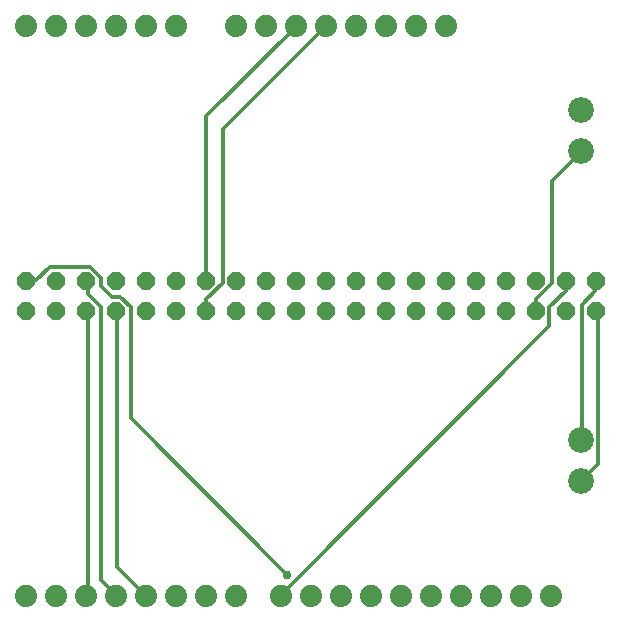
<source format=gbr>
G04 EAGLE Gerber RS-274X export*
G75*
%MOMM*%
%FSLAX34Y34*%
%LPD*%
%INTop Copper*%
%IPPOS*%
%AMOC8*
5,1,8,0,0,1.08239X$1,22.5*%
G01*
%ADD10C,1.879600*%
%ADD11P,1.649562X8X22.500000*%
%ADD12C,2.184400*%
%ADD13C,0.304800*%
%ADD14C,0.756400*%


D10*
X330200Y622300D03*
X304800Y622300D03*
X279400Y622300D03*
X254000Y622300D03*
X228600Y622300D03*
X203200Y622300D03*
X152400Y622300D03*
X127000Y622300D03*
X101600Y622300D03*
X76200Y622300D03*
X50800Y622300D03*
X25400Y622300D03*
X25400Y139700D03*
X50800Y139700D03*
X76200Y139700D03*
X101600Y139700D03*
X127000Y139700D03*
X152400Y139700D03*
X177800Y139700D03*
X203200Y139700D03*
X241300Y139700D03*
X266700Y139700D03*
X292100Y139700D03*
X317500Y139700D03*
X342900Y139700D03*
X368300Y139700D03*
X393700Y139700D03*
X419100Y139700D03*
X444500Y139700D03*
X469900Y139700D03*
X355600Y622300D03*
X381000Y622300D03*
D11*
X25400Y381000D03*
X25400Y406400D03*
X50800Y381000D03*
X50800Y406400D03*
X76200Y381000D03*
X76200Y406400D03*
X101600Y381000D03*
X101600Y406400D03*
X127000Y381000D03*
X127000Y406400D03*
X152400Y381000D03*
X152400Y406400D03*
X177800Y381000D03*
X177800Y406400D03*
X203200Y381000D03*
X203200Y406400D03*
X228600Y381000D03*
X228600Y406400D03*
X254000Y381000D03*
X254000Y406400D03*
X279400Y381000D03*
X279400Y406400D03*
X304800Y381000D03*
X304800Y406400D03*
X330200Y381000D03*
X330200Y406400D03*
X355600Y381000D03*
X355600Y406400D03*
X381000Y381000D03*
X381000Y406400D03*
X406400Y381000D03*
X406400Y406400D03*
X431800Y381000D03*
X431800Y406400D03*
X457200Y381000D03*
X457200Y406400D03*
X482600Y381000D03*
X482600Y406400D03*
X508000Y381000D03*
X508000Y406400D03*
D12*
X495300Y551400D03*
X495300Y516400D03*
X495300Y272000D03*
X495300Y237000D03*
D13*
X77724Y141732D02*
X77724Y379476D01*
X76200Y381000D01*
X77724Y141732D02*
X76200Y139700D01*
X34290Y406908D02*
X27432Y406908D01*
X34290Y406908D02*
X45720Y418338D01*
X80010Y418338D01*
X89154Y409194D01*
X89154Y402336D01*
X98298Y393192D01*
X105156Y393192D01*
X114300Y384048D01*
X114300Y290322D01*
X246888Y157734D01*
X27432Y406908D02*
X25400Y406400D01*
D14*
X246888Y157734D03*
D13*
X77724Y395478D02*
X77724Y404622D01*
X77724Y395478D02*
X89154Y384048D01*
X89154Y153162D01*
X100584Y141732D01*
X77724Y404622D02*
X76200Y406400D01*
X100584Y141732D02*
X101600Y139700D01*
X102870Y164592D02*
X102870Y379476D01*
X102870Y164592D02*
X125730Y141732D01*
X102870Y379476D02*
X101600Y381000D01*
X125730Y141732D02*
X127000Y139700D01*
X178308Y381762D02*
X178308Y390906D01*
X192024Y404622D01*
X192024Y534924D01*
X279400Y622300D01*
X178308Y381762D02*
X177800Y381000D01*
X178308Y406908D02*
X178308Y546354D01*
X253746Y621792D01*
X178308Y406908D02*
X177800Y406400D01*
X253746Y621792D02*
X254000Y622300D01*
X482346Y404622D02*
X482346Y397764D01*
X468630Y384048D01*
X468630Y368046D01*
X242316Y141732D01*
X482346Y404622D02*
X482600Y406400D01*
X242316Y141732D02*
X241300Y139700D01*
X509778Y251460D02*
X509778Y379476D01*
X509778Y251460D02*
X496062Y237744D01*
X509778Y379476D02*
X508000Y381000D01*
X496062Y237744D02*
X495300Y237000D01*
X507492Y397764D02*
X507492Y404622D01*
X507492Y397764D02*
X496062Y386334D01*
X496062Y272034D01*
X507492Y404622D02*
X508000Y406400D01*
X496062Y272034D02*
X495300Y272000D01*
X457200Y381000D02*
X457200Y390906D01*
X470916Y404622D01*
X470916Y491490D01*
X493776Y514350D01*
X495300Y516400D01*
M02*

</source>
